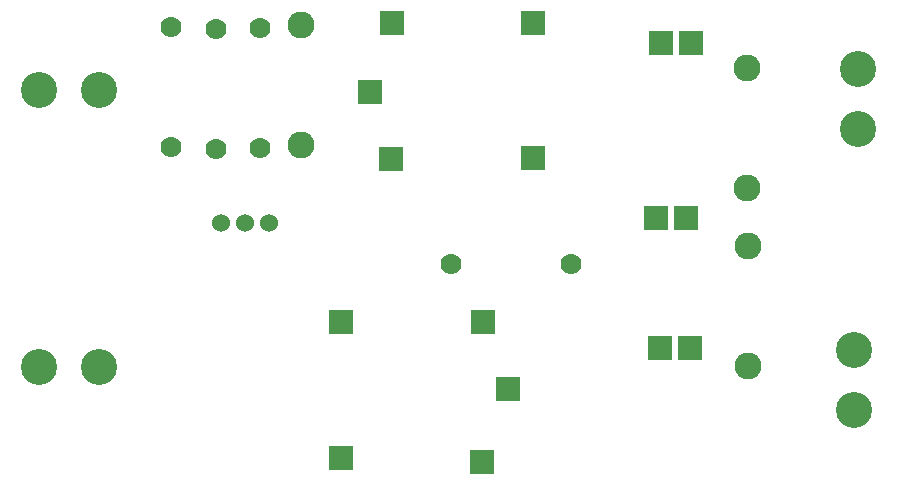
<source format=gbr>
G04 PROTEUS GERBER X2 FILE*
%TF.GenerationSoftware,Labcenter,Proteus,8.13-SP0-Build31525*%
%TF.CreationDate,2024-10-28T14:47:28+00:00*%
%TF.FileFunction,Copper,L1,Top*%
%TF.FilePolarity,Positive*%
%TF.Part,Single*%
%TF.SameCoordinates,{34124c4d-f2d1-4a7d-b498-645d5fdee650}*%
%FSLAX45Y45*%
%MOMM*%
G01*
%TA.AperFunction,ComponentPad*%
%ADD10C,3.048000*%
%ADD11C,1.778000*%
%ADD12C,2.286000*%
%TA.AperFunction,ComponentPad*%
%ADD13R,2.032000X2.032000*%
%TA.AperFunction,ComponentPad*%
%ADD14C,1.524000*%
%TD.AperFunction*%
D10*
X+1250000Y+3700000D03*
X+742000Y+3700000D03*
X+1250000Y+1360000D03*
X+742000Y+1360000D03*
D11*
X+2610000Y+4230000D03*
X+2610000Y+3214000D03*
D12*
X+2960000Y+3234000D03*
X+2960000Y+4250000D03*
D13*
X+3730000Y+4270000D03*
X+3720000Y+3120000D03*
X+3540000Y+3690000D03*
X+4920000Y+4270000D03*
X+4920000Y+3130000D03*
X+6260000Y+4100000D03*
X+6006000Y+4100000D03*
X+6220000Y+2620000D03*
X+5966000Y+2620000D03*
D12*
X+6740000Y+1364000D03*
X+6740000Y+2380000D03*
D13*
X+6250000Y+1520000D03*
X+5996000Y+1520000D03*
D11*
X+5240000Y+2230000D03*
X+4224000Y+2230000D03*
X+2240000Y+3200000D03*
X+2240000Y+4216000D03*
X+1860000Y+4240000D03*
X+1860000Y+3224000D03*
D13*
X+4490000Y+550000D03*
X+4500000Y+1740000D03*
X+4710000Y+1170000D03*
X+3300000Y+590000D03*
X+3300000Y+1740000D03*
D10*
X+7640000Y+1500000D03*
X+7640000Y+992000D03*
D14*
X+2276800Y+2580000D03*
X+2480000Y+2580000D03*
X+2683200Y+2580000D03*
D10*
X+7670000Y+3880000D03*
X+7670000Y+3372000D03*
D12*
X+6730000Y+2874000D03*
X+6730000Y+3890000D03*
M02*

</source>
